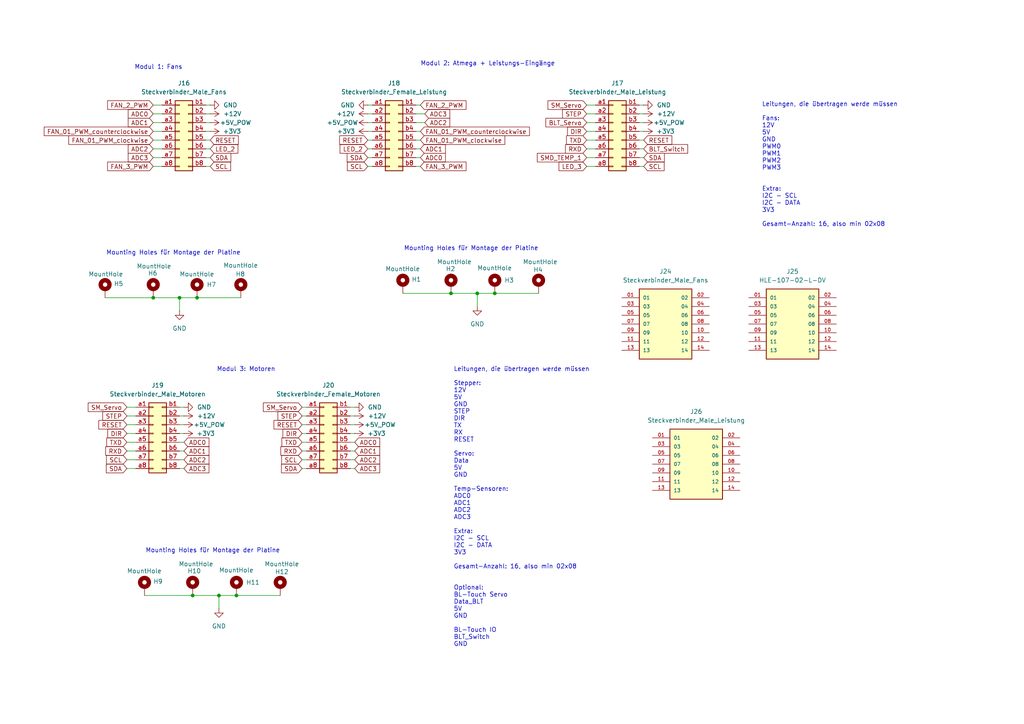
<source format=kicad_sch>
(kicad_sch (version 20231120) (generator "eeschema") (generator_version "8.0")
  (paper "A4")
  (lib_symbols
    (symbol "Connector_Generic:Conn_02x08_Row_Letter_First" (pin_names (offset 1.016) hide)
      (property "Reference" "J" (at 1.27 10.16 0))
      (property "Value" "Conn_02x08_Row_Letter_First" (at 1.27 -12.7 0))
      (symbol "Conn_02x08_Row_Letter_First_1_1"
        (rectangle (start -1.27 -10.033) (end 0 -10.287) (stroke (width 0.1524)))
        (rectangle (start -1.27 -7.493) (end 0 -7.747) (stroke (width 0.1524)))
        (rectangle (start -1.27 -4.953) (end 0 -5.207) (stroke (width 0.1524)))
        (rectangle (start -1.27 -2.413) (end 0 -2.667) (stroke (width 0.1524)))
        (rectangle (start -1.27 0.127) (end 0 -0.127) (stroke (width 0.1524)))
        (rectangle (start -1.27 2.667) (end 0 2.413) (stroke (width 0.1524)))
        (rectangle (start -1.27 5.207) (end 0 4.953) (stroke (width 0.1524)))
        (rectangle (start -1.27 7.747) (end 0 7.493) (stroke (width 0.1524)))
        (rectangle (start -1.27 8.89) (end 3.81 -11.43) (stroke (width 0.254)) (fill (type background)))
        (rectangle (start 3.81 -10.033) (end 2.54 -10.287) (stroke (width 0.1524)))
        (rectangle (start 3.81 -7.493) (end 2.54 -7.747) (stroke (width 0.1524)))
        (rectangle (start 3.81 -4.953) (end 2.54 -5.207) (stroke (width 0.1524)))
        (rectangle (start 3.81 -2.413) (end 2.54 -2.667) (stroke (width 0.1524)))
        (rectangle (start 3.81 0.127) (end 2.54 -0.127) (stroke (width 0.1524)))
        (rectangle (start 3.81 2.667) (end 2.54 2.413) (stroke (width 0.1524)))
        (rectangle (start 3.81 5.207) (end 2.54 4.953) (stroke (width 0.1524)))
        (rectangle (start 3.81 7.747) (end 2.54 7.493) (stroke (width 0.1524)))
        (pin passive line (at -5.08 7.62 0) (length 3.81) (name "Pin_a1") (number "a1"))
        (pin passive line (at -5.08 5.08 0) (length 3.81) (name "Pin_a2") (number "a2"))
        (pin passive line (at -5.08 2.54 0) (length 3.81) (name "Pin_a3") (number "a3"))
        (pin passive line (at -5.08 0 0) (length 3.81) (name "Pin_a4") (number "a4"))
        (pin passive line (at -5.08 -2.54 0) (length 3.81) (name "Pin_a5") (number "a5"))
        (pin passive line (at -5.08 -5.08 0) (length 3.81) (name "Pin_a6") (number "a6"))
        (pin passive line (at -5.08 -7.62 0) (length 3.81) (name "Pin_a7") (number "a7"))
        (pin passive line (at -5.08 -10.16 0) (length 3.81) (name "Pin_a8") (number "a8"))
        (pin passive line (at 7.62 7.62 180) (length 3.81) (name "Pin_b1") (number "b1"))
        (pin passive line (at 7.62 5.08 180) (length 3.81) (name "Pin_b2") (number "b2"))
        (pin passive line (at 7.62 2.54 180) (length 3.81) (name "Pin_b3") (number "b3"))
        (pin passive line (at 7.62 0 180) (length 3.81) (name "Pin_b4") (number "b4"))
        (pin passive line (at 7.62 -2.54 180) (length 3.81) (name "Pin_b5") (number "b5"))
        (pin passive line (at 7.62 -5.08 180) (length 3.81) (name "Pin_b6") (number "b6"))
        (pin passive line (at 7.62 -7.62 180) (length 3.81) (name "Pin_b7") (number "b7"))
        (pin passive line (at 7.62 -10.16 180) (length 3.81) (name "Pin_b8") (number "b8"))
      )
    )
    (symbol "Imported_Component_Symbols:HLE-107-02-L-DV" (pin_names (offset 1.016))
      (property "Reference" "J" (at -8.12 10.16 0))
      (property "Value" "HLE-107-02-L-DV" (at -7.62 -12.7 0))
      (symbol "HLE-107-02-L-DV_0_0"
        (rectangle (start -7.62 -10.16) (end 7.62 10.16) (stroke (width 0.254)) (fill (type background)))
        (pin passive line (at -12.7 7.62 0) (length 5.08) (name "01") (number "01"))
        (pin passive line (at 12.7 7.62 180) (length 5.08) (name "02") (number "02"))
        (pin passive line (at -12.7 5.08 0) (length 5.08) (name "03") (number "03"))
        (pin passive line (at 12.7 5.08 180) (length 5.08) (name "04") (number "04"))
        (pin passive line (at -12.7 2.54 0) (length 5.08) (name "05") (number "05"))
        (pin passive line (at 12.7 2.54 180) (length 5.08) (name "06") (number "06"))
        (pin passive line (at -12.7 0 0) (length 5.08) (name "07") (number "07"))
        (pin passive line (at 12.7 0 180) (length 5.08) (name "08") (number "08"))
        (pin passive line (at -12.7 -2.54 0) (length 5.08) (name "09") (number "09"))
        (pin passive line (at 12.7 -2.54 180) (length 5.08) (name "10") (number "10"))
        (pin passive line (at -12.7 -5.08 0) (length 5.08) (name "11") (number "11"))
        (pin passive line (at 12.7 -5.08 180) (length 5.08) (name "12") (number "12"))
        (pin passive line (at -12.7 -7.62 0) (length 5.08) (name "13") (number "13"))
        (pin passive line (at 12.7 -7.62 180) (length 5.08) (name "14") (number "14"))
      )
    )
    (symbol "Imported_Component_Symbols:TSM-107-04-L-DV" (pin_names (offset 1.016))
      (property "Reference" "J" (at -8.12 10.16 0))
      (property "Value" "TSM-107-04-L-DV" (at -7.62 -12.7 0))
      (symbol "TSM-107-04-L-DV_0_0"
        (rectangle (start -7.62 -10.16) (end 7.62 10.16) (stroke (width 0.254)) (fill (type background)))
        (pin passive line (at -12.7 7.62 0) (length 5.08) (name "01") (number "01"))
        (pin passive line (at 12.7 7.62 180) (length 5.08) (name "02") (number "02"))
        (pin passive line (at -12.7 5.08 0) (length 5.08) (name "03") (number "03"))
        (pin passive line (at 12.7 5.08 180) (length 5.08) (name "04") (number "04"))
        (pin passive line (at -12.7 2.54 0) (length 5.08) (name "05") (number "05"))
        (pin passive line (at 12.7 2.54 180) (length 5.08) (name "06") (number "06"))
        (pin passive line (at -12.7 0 0) (length 5.08) (name "07") (number "07"))
        (pin passive line (at 12.7 0 180) (length 5.08) (name "08") (number "08"))
        (pin passive line (at -12.7 -2.54 0) (length 5.08) (name "09") (number "09"))
        (pin passive line (at 12.7 -2.54 180) (length 5.08) (name "10") (number "10"))
        (pin passive line (at -12.7 -5.08 0) (length 5.08) (name "11") (number "11"))
        (pin passive line (at 12.7 -5.08 180) (length 5.08) (name "12") (number "12"))
        (pin passive line (at -12.7 -7.62 0) (length 5.08) (name "13") (number "13"))
        (pin passive line (at 12.7 -7.62 180) (length 5.08) (name "14") (number "14"))
      )
    )
    (symbol "Mechanical:MountingHole_Pad" (pin_numbers hide) (pin_names (offset 1.016) hide) (exclude_from_sim yes) (in_bom no)
      (property "Reference" "H" (at 0 6.35 0))
      (property "Value" "MountingHole_Pad" (at 0 4.445 0))
      (symbol "MountingHole_Pad_0_1"
        (circle (center 0 1.27) (radius 1.27) (stroke (width 1.27)))
      )
      (symbol "MountingHole_Pad_1_1"
        (pin input line (at 0 -2.54 90) (length 2.54) (name "1") (number "1"))
      )
    )
    (symbol "MountingHole_Pad_1" (pin_numbers hide) (pin_names (offset 1.016) hide)
      (property "Reference" "H" (at 0 6.35 0))
      (property "Value" "MountingHole_Pad" (at 0 4.445 0))
      (symbol "MountingHole_Pad_1_0_1"
        (circle (center 0 1.27) (radius 1.27) (stroke (width 1.27)))
      )
      (symbol "MountingHole_Pad_1_1_1"
        (pin input line (at 0 -2.54 90) (length 2.54) (name "1") (number "1"))
      )
    )
    (symbol "MountingHole_Pad_2" (pin_numbers hide) (pin_names (offset 1.016) hide)
      (property "Reference" "H" (at 0 6.35 0))
      (property "Value" "MountingHole_Pad" (at 0 4.445 0))
      (symbol "MountingHole_Pad_2_0_1"
        (circle (center 0 1.27) (radius 1.27) (stroke (width 1.27)))
      )
      (symbol "MountingHole_Pad_2_1_1"
        (pin input line (at 0 -2.54 90) (length 2.54) (name "1") (number "1"))
      )
    )
    (symbol "MountingHole_Pad_3" (pin_numbers hide) (pin_names (offset 1.016) hide)
      (property "Reference" "H" (at 0 6.35 0))
      (property "Value" "MountingHole_Pad" (at 0 4.445 0))
      (symbol "MountingHole_Pad_3_0_1"
        (circle (center 0 1.27) (radius 1.27) (stroke (width 1.27)))
      )
      (symbol "MountingHole_Pad_3_1_1"
        (pin input line (at 0 -2.54 90) (length 2.54) (name "1") (number "1"))
      )
    )
    (symbol "power:+12V" (power) (pin_numbers hide) (pin_names (offset 0) hide)
      (property "Value" "+12V" (at 0 3.556 0))
      (symbol "+12V_0_1"
        (polyline (pts (xy -0.762 1.27) (xy 0 2.54)))
        (polyline (pts (xy 0 0) (xy 0 2.54)))
        (polyline (pts (xy 0 2.54) (xy 0.762 1.27)))
      )
      (symbol "+12V_1_1"
        (pin power_in line (at 0 0 90) (length 0) (name "~") (number "1"))
      )
    )
    (symbol "power:+3V3" (power) (pin_numbers hide) (pin_names (offset 0) hide)
      (property "Value" "+3V3" (at 0 3.556 0))
      (symbol "+3V3_0_1"
        (polyline (pts (xy -0.762 1.27) (xy 0 2.54)))
        (polyline (pts (xy 0 0) (xy 0 2.54)))
        (polyline (pts (xy 0 2.54) (xy 0.762 1.27)))
      )
      (symbol "+3V3_1_1"
        (pin power_in line (at 0 0 90) (length 0) (name "~") (number "1"))
      )
    )
    (symbol "power:+5VP" (power) (pin_numbers hide) (pin_names (offset 0) hide)
      (property "Value" "+5VP" (at 0 3.556 0))
      (symbol "+5VP_0_1"
        (polyline (pts (xy -0.762 1.27) (xy 0 2.54)))
        (polyline (pts (xy 0 0) (xy 0 2.54)))
        (polyline (pts (xy 0 2.54) (xy 0.762 1.27)))
      )
      (symbol "+5VP_1_1"
        (pin power_in line (at 0 0 90) (length 0) (name "~") (number "1"))
      )
    )
    (symbol "power:GND" (power) (pin_numbers hide) (pin_names (offset 0) hide)
      (property "Value" "GND" (at 0 -3.81 0))
      (symbol "GND_0_1"
        (polyline (pts (xy 0 0) (xy 0 -1.27) (xy 1.27 -1.27) (xy 0 -2.54) (xy -1.27 -1.27) (xy 0 -1.27)))
      )
      (symbol "GND_1_1"
        (pin power_in line (at 0 0 270) (length 0) (name "~") (number "1"))
      )
    )
  )
  (junction (at 143.51 85.09))
  (junction (at 138.43 85.09))
  (junction (at 55.88 172.72))
  (junction (at 63.5 172.72))
  (junction (at 44.45 86.36))
  (junction (at 130.81 85.09))
  (junction (at 52.07 86.36))
  (junction (at 68.58 172.72))
  (junction (at 57.15 86.36))
  (wire (pts (xy 170.18 40.64) (xy 172.72 40.64)))
  (wire (pts (xy 102.87 118.11) (xy 101.6 118.11)))
  (wire (pts (xy 63.5 172.72) (xy 68.58 172.72)))
  (wire (pts (xy 63.5 172.72) (xy 63.5 176.53)))
  (wire (pts (xy 121.92 40.64) (xy 120.65 40.64)))
  (wire (pts (xy 53.34 123.19) (xy 52.07 123.19)))
  (wire (pts (xy 60.96 30.48) (xy 59.69 30.48)))
  (wire (pts (xy 186.69 40.64) (xy 185.42 40.64)))
  (wire (pts (xy 36.83 125.73) (xy 39.37 125.73)))
  (wire (pts (xy 106.68 35.56) (xy 107.95 35.56)))
  (wire (pts (xy 138.43 85.09) (xy 138.43 88.9)))
  (wire (pts (xy 106.68 40.64) (xy 107.95 40.64)))
  (wire (pts (xy 60.96 33.02) (xy 59.69 33.02)))
  (wire (pts (xy 121.92 38.1) (xy 120.65 38.1)))
  (wire (pts (xy 186.69 45.72) (xy 185.42 45.72)))
  (wire (pts (xy 53.34 135.89) (xy 52.07 135.89)))
  (wire (pts (xy 53.34 118.11) (xy 52.07 118.11)))
  (wire (pts (xy 60.96 48.26) (xy 59.69 48.26)))
  (wire (pts (xy 138.43 85.09) (xy 143.51 85.09)))
  (wire (pts (xy 102.87 133.35) (xy 101.6 133.35)))
  (wire (pts (xy 36.83 130.81) (xy 39.37 130.81)))
  (wire (pts (xy 53.34 130.81) (xy 52.07 130.81)))
  (wire (pts (xy 170.18 33.02) (xy 172.72 33.02)))
  (wire (pts (xy 87.63 123.19) (xy 88.9 123.19)))
  (wire (pts (xy 44.45 35.56) (xy 46.99 35.56)))
  (wire (pts (xy 36.83 133.35) (xy 39.37 133.35)))
  (wire (pts (xy 121.92 30.48) (xy 120.65 30.48)))
  (wire (pts (xy 36.83 128.27) (xy 39.37 128.27)))
  (wire (pts (xy 44.45 43.18) (xy 46.99 43.18)))
  (wire (pts (xy 53.34 133.35) (xy 52.07 133.35)))
  (wire (pts (xy 60.96 38.1) (xy 59.69 38.1)))
  (wire (pts (xy 60.96 40.64) (xy 59.69 40.64)))
  (wire (pts (xy 121.92 48.26) (xy 120.65 48.26)))
  (wire (pts (xy 186.69 30.48) (xy 185.42 30.48)))
  (wire (pts (xy 68.58 172.72) (xy 81.28 172.72)))
  (wire (pts (xy 53.34 125.73) (xy 52.07 125.73)))
  (wire (pts (xy 87.63 130.81) (xy 88.9 130.81)))
  (wire (pts (xy 102.87 123.19) (xy 101.6 123.19)))
  (wire (pts (xy 87.63 118.11) (xy 88.9 118.11)))
  (wire (pts (xy 102.87 135.89) (xy 101.6 135.89)))
  (wire (pts (xy 55.88 172.72) (xy 63.5 172.72)))
  (wire (pts (xy 106.68 48.26) (xy 107.95 48.26)))
  (wire (pts (xy 102.87 128.27) (xy 101.6 128.27)))
  (wire (pts (xy 87.63 133.35) (xy 88.9 133.35)))
  (wire (pts (xy 36.83 135.89) (xy 39.37 135.89)))
  (wire (pts (xy 170.18 35.56) (xy 172.72 35.56)))
  (wire (pts (xy 52.07 86.36) (xy 57.15 86.36)))
  (wire (pts (xy 60.96 45.72) (xy 59.69 45.72)))
  (wire (pts (xy 170.18 38.1) (xy 172.72 38.1)))
  (wire (pts (xy 36.83 120.65) (xy 39.37 120.65)))
  (wire (pts (xy 123.19 33.02) (xy 120.65 33.02)))
  (wire (pts (xy 102.87 125.73) (xy 101.6 125.73)))
  (wire (pts (xy 186.69 33.02) (xy 185.42 33.02)))
  (wire (pts (xy 44.45 30.48) (xy 46.99 30.48)))
  (wire (pts (xy 170.18 30.48) (xy 172.72 30.48)))
  (wire (pts (xy 170.18 48.26) (xy 172.72 48.26)))
  (wire (pts (xy 36.83 118.11) (xy 39.37 118.11)))
  (wire (pts (xy 106.68 45.72) (xy 107.95 45.72)))
  (wire (pts (xy 53.34 128.27) (xy 52.07 128.27)))
  (wire (pts (xy 130.81 85.09) (xy 138.43 85.09)))
  (wire (pts (xy 121.92 45.72) (xy 120.65 45.72)))
  (wire (pts (xy 102.87 130.81) (xy 101.6 130.81)))
  (wire (pts (xy 106.68 30.48) (xy 107.95 30.48)))
  (wire (pts (xy 116.84 85.09) (xy 130.81 85.09)))
  (wire (pts (xy 87.63 128.27) (xy 88.9 128.27)))
  (wire (pts (xy 53.34 120.65) (xy 52.07 120.65)))
  (wire (pts (xy 186.69 38.1) (xy 185.42 38.1)))
  (wire (pts (xy 102.87 120.65) (xy 101.6 120.65)))
  (wire (pts (xy 36.83 123.19) (xy 39.37 123.19)))
  (wire (pts (xy 60.96 35.56) (xy 59.69 35.56)))
  (wire (pts (xy 44.45 33.02) (xy 46.99 33.02)))
  (wire (pts (xy 186.69 43.18) (xy 185.42 43.18)))
  (wire (pts (xy 44.45 48.26) (xy 46.99 48.26)))
  (wire (pts (xy 30.48 86.36) (xy 44.45 86.36)))
  (wire (pts (xy 52.07 86.36) (xy 52.07 90.17)))
  (wire (pts (xy 87.63 120.65) (xy 88.9 120.65)))
  (wire (pts (xy 57.15 86.36) (xy 69.85 86.36)))
  (wire (pts (xy 170.18 45.72) (xy 172.72 45.72)))
  (wire (pts (xy 170.18 43.18) (xy 172.72 43.18)))
  (wire (pts (xy 121.92 43.18) (xy 120.65 43.18)))
  (wire (pts (xy 106.68 43.18) (xy 107.95 43.18)))
  (wire (pts (xy 186.69 48.26) (xy 185.42 48.26)))
  (wire (pts (xy 143.51 85.09) (xy 156.21 85.09)))
  (wire (pts (xy 186.69 35.56) (xy 185.42 35.56)))
  (wire (pts (xy 44.45 45.72) (xy 46.99 45.72)))
  (wire (pts (xy 44.45 86.36) (xy 52.07 86.36)))
  (wire (pts (xy 41.91 172.72) (xy 55.88 172.72)))
  (wire (pts (xy 60.96 43.18) (xy 59.69 43.18)))
  (wire (pts (xy 87.63 125.73) (xy 88.9 125.73)))
  (wire (pts (xy 44.45 38.1) (xy 46.99 38.1)))
  (wire (pts (xy 106.68 38.1) (xy 107.95 38.1)))
  (wire (pts (xy 87.63 135.89) (xy 88.9 135.89)))
  (wire (pts (xy 123.19 35.56) (xy 120.65 35.56)))
  (wire (pts (xy 44.45 40.64) (xy 46.99 40.64)))
  (wire (pts (xy 106.68 33.02) (xy 107.95 33.02)))
  (text "Mounting Holes für Montage der Platine" (at 61.722 159.766 0) (effects (font (size 1.27 1.27))))
  (text "Leitungen, die übertragen werde müssen\n\nFans:\n12V\n5V\nGND\nPWM0\nPWM1\nPWM2\nPWM3\n\n\nExtra:\nI2C - SCL\nI2C - DATA\n3V3\n\nGesamt-Anzahl: 16, also min 02x08\n" (at 220.98 47.752 0) (effects (font (size 1.27 1.27)) (justify left)))
  (text "Modul 2: Atmega + Leistungs-Eingänge\n\n" (at 141.478 19.558 0) (effects (font (size 1.27 1.27))))
  (text "Mounting Holes für Montage der Platine" (at 50.292 73.406 0) (effects (font (size 1.27 1.27))))
  (text "Mounting Holes für Montage der Platine" (at 136.652 72.136 0) (effects (font (size 1.27 1.27))))
  (text "Modul 1: Fans\n" (at 45.974 19.558 0) (effects (font (size 1.27 1.27))))
  (text "Leitungen, die übertragen werde müssen\n\nStepper:\n12V\n5V\nGND\nSTEP\nDIR\nTX\nRX\nRESET\n\nServo:\nData\n5V\nGND\n\nTemp-Sensoren:\nADC0\nADC1\nADC2\nADC3\n\nExtra:\nI2C - SCL\nI2C - DATA\n3V3\n\nGesamt-Anzahl: 16, also min 02x08\n\n\nOptional:\nBL-Touch Servo\nData_BLT\n5V\nGND\n\nBL-Touch IO\nBLT_Switch\nGND\n" (at 131.572 147.066 0) (effects (font (size 1.27 1.27)) (justify left)))
  (text "Modul 3: Motoren" (at 71.374 107.188 0) (effects (font (size 1.27 1.27))))
  (global_label "LED_2" (shape input) (at 106.68 43.18 180) (property "Intersheetrefs" "${INTERSHEET_REFS}" (effects (hide yes))))
  (global_label "BLT_Servo" (shape input) (at 170.18 35.56 180) (property "Intersheetrefs" "${INTERSHEET_REFS}" (effects (hide yes))))
  (global_label "FAN_01_PWM_clockwise" (shape input) (at 44.45 40.64 180) (property "Intersheetrefs" "${INTERSHEET_REFS}" (effects (hide yes))))
  (global_label "RXD" (shape input) (at 36.83 130.81 180) (property "Intersheetrefs" "${INTERSHEET_REFS}" (effects (hide yes))))
  (global_label "SDA" (shape input) (at 106.68 45.72 180) (property "Intersheetrefs" "${INTERSHEET_REFS}" (effects (hide yes))))
  (global_label "TXD" (shape input) (at 170.18 40.64 180) (property "Intersheetrefs" "${INTERSHEET_REFS}" (effects (hide yes))))
  (global_label "ADC0" (shape input) (at 102.87 128.27 0) (property "Intersheetrefs" "${INTERSHEET_REFS}" (effects (hide yes))))
  (global_label "FAN_3_PWM" (shape input) (at 44.45 48.26 180) (property "Intersheetrefs" "${INTERSHEET_REFS}" (effects (hide yes))))
  (global_label "ADC3" (shape input) (at 123.19 33.02 0) (property "Intersheetrefs" "${INTERSHEET_REFS}" (effects (hide yes))))
  (global_label "ADC0" (shape input) (at 44.45 33.02 180) (property "Intersheetrefs" "${INTERSHEET_REFS}" (effects (hide yes))))
  (global_label "LED_3" (shape input) (at 170.18 48.26 180) (property "Intersheetrefs" "${INTERSHEET_REFS}" (effects (hide yes))))
  (global_label "FAN_01_PWM_counterclockwise" (shape input) (at 44.45 38.1 180) (property "Intersheetrefs" "${INTERSHEET_REFS}" (effects (hide yes))))
  (global_label "FAN_2_PWM" (shape input) (at 44.45 30.48 180) (property "Intersheetrefs" "${INTERSHEET_REFS}" (effects (hide yes))))
  (global_label "FAN_01_PWM_counterclockwise" (shape input) (at 121.92 38.1 0) (property "Intersheetrefs" "${INTERSHEET_REFS}" (effects (hide yes))))
  (global_label "RESET" (shape input) (at 60.96 40.64 0) (property "Intersheetrefs" "${INTERSHEET_REFS}" (effects (hide yes))))
  (global_label "SDA" (shape input) (at 60.96 45.72 0) (property "Intersheetrefs" "${INTERSHEET_REFS}" (effects (hide yes))))
  (global_label "STEP" (shape input) (at 87.63 120.65 180) (property "Intersheetrefs" "${INTERSHEET_REFS}" (effects (hide yes))))
  (global_label "ADC3" (shape input) (at 44.45 45.72 180) (property "Intersheetrefs" "${INTERSHEET_REFS}" (effects (hide yes))))
  (global_label "SM_Servo" (shape input) (at 170.18 30.48 180) (property "Intersheetrefs" "${INTERSHEET_REFS}" (effects (hide yes))))
  (global_label "SM_Servo" (shape input) (at 87.63 118.11 180) (property "Intersheetrefs" "${INTERSHEET_REFS}" (effects (hide yes))))
  (global_label "RESET" (shape input) (at 106.68 40.64 180) (property "Intersheetrefs" "${INTERSHEET_REFS}" (effects (hide yes))))
  (global_label "FAN_3_PWM" (shape input) (at 121.92 48.26 0) (property "Intersheetrefs" "${INTERSHEET_REFS}" (effects (hide yes))))
  (global_label "FAN_2_PWM" (shape input) (at 121.92 30.48 0) (property "Intersheetrefs" "${INTERSHEET_REFS}" (effects (hide yes))))
  (global_label "SMD_TEMP_1" (shape input) (at 170.18 45.72 180) (property "Intersheetrefs" "${INTERSHEET_REFS}" (effects (hide yes))))
  (global_label "RESET" (shape input) (at 186.69 40.64 0) (property "Intersheetrefs" "${INTERSHEET_REFS}" (effects (hide yes))))
  (global_label "SDA" (shape input) (at 186.69 45.72 0) (property "Intersheetrefs" "${INTERSHEET_REFS}" (effects (hide yes))))
  (global_label "SCL" (shape input) (at 87.63 133.35 180) (property "Intersheetrefs" "${INTERSHEET_REFS}" (effects (hide yes))))
  (global_label "RESET" (shape input) (at 87.63 123.19 180) (property "Intersheetrefs" "${INTERSHEET_REFS}" (effects (hide yes))))
  (global_label "ADC1" (shape input) (at 102.87 130.81 0) (property "Intersheetrefs" "${INTERSHEET_REFS}" (effects (hide yes))))
  (global_label "SCL" (shape input) (at 186.69 48.26 0) (property "Intersheetrefs" "${INTERSHEET_REFS}" (effects (hide yes))))
  (global_label "RESET" (shape input) (at 36.83 123.19 180) (property "Intersheetrefs" "${INTERSHEET_REFS}" (effects (hide yes))))
  (global_label "RXD" (shape input) (at 170.18 43.18 180) (property "Intersheetrefs" "${INTERSHEET_REFS}" (effects (hide yes))))
  (global_label "FAN_01_PWM_clockwise" (shape input) (at 121.92 40.64 0) (property "Intersheetrefs" "${INTERSHEET_REFS}" (effects (hide yes))))
  (global_label "DIR" (shape input) (at 36.83 125.73 180) (property "Intersheetrefs" "${INTERSHEET_REFS}" (effects (hide yes))))
  (global_label "SM_Servo" (shape input) (at 36.83 118.11 180) (property "Intersheetrefs" "${INTERSHEET_REFS}" (effects (hide yes))))
  (global_label "DIR" (shape input) (at 170.18 38.1 180) (property "Intersheetrefs" "${INTERSHEET_REFS}" (effects (hide yes))))
  (global_label "ADC3" (shape input) (at 53.34 135.89 0) (property "Intersheetrefs" "${INTERSHEET_REFS}" (effects (hide yes))))
  (global_label "BLT_Switch" (shape input) (at 186.69 43.18 0) (property "Intersheetrefs" "${INTERSHEET_REFS}" (effects (hide yes))))
  (global_label "ADC3" (shape input) (at 102.87 135.89 0) (property "Intersheetrefs" "${INTERSHEET_REFS}" (effects (hide yes))))
  (global_label "ADC0" (shape input) (at 53.34 128.27 0) (property "Intersheetrefs" "${INTERSHEET_REFS}" (effects (hide yes))))
  (global_label "SDA" (shape input) (at 36.83 135.89 180) (property "Intersheetrefs" "${INTERSHEET_REFS}" (effects (hide yes))))
  (global_label "SCL" (shape input) (at 106.68 48.26 180) (property "Intersheetrefs" "${INTERSHEET_REFS}" (effects (hide yes))))
  (global_label "STEP" (shape input) (at 170.18 33.02 180) (property "Intersheetrefs" "${INTERSHEET_REFS}" (effects (hide yes))))
  (global_label "ADC0" (shape input) (at 121.92 45.72 0) (property "Intersheetrefs" "${INTERSHEET_REFS}" (effects (hide yes))))
  (global_label "RXD" (shape input) (at 87.63 130.81 180) (property "Intersheetrefs" "${INTERSHEET_REFS}" (effects (hide yes))))
  (global_label "ADC1" (shape input) (at 44.45 35.56 180) (property "Intersheetrefs" "${INTERSHEET_REFS}" (effects (hide yes))))
  (global_label "SDA" (shape input) (at 87.63 135.89 180) (property "Intersheetrefs" "${INTERSHEET_REFS}" (effects (hide yes))))
  (global_label "SCL" (shape input) (at 36.83 133.35 180) (property "Intersheetrefs" "${INTERSHEET_REFS}" (effects (hide yes))))
  (global_label "ADC1" (shape input) (at 53.34 130.81 0) (property "Intersheetrefs" "${INTERSHEET_REFS}" (effects (hide yes))))
  (global_label "ADC2" (shape input) (at 123.19 35.56 0) (property "Intersheetrefs" "${INTERSHEET_REFS}" (effects (hide yes))))
  (global_label "ADC2" (shape input) (at 53.34 133.35 0) (property "Intersheetrefs" "${INTERSHEET_REFS}" (effects (hide yes))))
  (global_label "TXD" (shape input) (at 87.63 128.27 180) (property "Intersheetrefs" "${INTERSHEET_REFS}" (effects (hide yes))))
  (global_label "LED_2" (shape input) (at 60.96 43.18 0) (property "Intersheetrefs" "${INTERSHEET_REFS}" (effects (hide yes))))
  (global_label "TXD" (shape input) (at 36.83 128.27 180) (property "Intersheetrefs" "${INTERSHEET_REFS}" (effects (hide yes))))
  (global_label "ADC1" (shape input) (at 121.92 43.18 0) (property "Intersheetrefs" "${INTERSHEET_REFS}" (effects (hide yes))))
  (global_label "ADC2" (shape input) (at 102.87 133.35 0) (property "Intersheetrefs" "${INTERSHEET_REFS}" (effects (hide yes))))
  (global_label "DIR" (shape input) (at 87.63 125.73 180) (property "Intersheetrefs" "${INTERSHEET_REFS}" (effects (hide yes))))
  (global_label "STEP" (shape input) (at 36.83 120.65 180) (property "Intersheetrefs" "${INTERSHEET_REFS}" (effects (hide yes))))
  (global_label "ADC2" (shape input) (at 44.45 43.18 180) (property "Intersheetrefs" "${INTERSHEET_REFS}" (effects (hide yes))))
  (global_label "SCL" (shape input) (at 60.96 48.26 0) (property "Intersheetrefs" "${INTERSHEET_REFS}" (effects (hide yes))))
  (symbol (lib_id "Imported_Component_Symbols:TSM-107-04-L-DV") (at 201.93 134.62 0) (unit 1)
    (property "Reference" "J26" (at 201.93 119.38 0))
    (property "Value" "Steckverbinder_Male_Leistung" (at 201.93 121.92 0))
    (property "Footprint" "Imported_Component_Footprints:SAMTEC_TSM-107-04-L-DV" (effects (hide yes)))
    (property "MANUFACTURER" "SAMTEC" (effects (hide yes)))
  )
  (symbol (lib_id "Mechanical:MountingHole_Pad") (at 116.84 82.55 0) (unit 1)
    (property "Reference" "H1" (at 119.38 81.026 0) (effects (justify left)))
    (property "Value" "MountHole" (at 111.76 77.978 0) (effects (justify left)))
    (property "Footprint" "MountingHole:MountingHole_2.2mm_M2_Pad_TopBottom" (effects (hide yes)))
    (property "Description" "Mounting Hole with connection" (effects (hide yes)))
  )
  (symbol (lib_id "power:GND") (at 102.87 118.11 90) (unit 1)
    (property "Reference" "#PWR093" (effects (hide yes)))
    (property "Value" "GND" (at 106.68 118.1099 90) (effects (justify right)))
    (property "Description" "Power symbol creates a global label with name \"GND\" , ground" (effects (hide yes)))
  )
  (symbol (lib_id "power:GND") (at 53.34 118.11 90) (unit 1)
    (property "Reference" "#PWR092" (effects (hide yes)))
    (property "Value" "GND" (at 57.15 118.1099 90) (effects (justify right)))
    (property "Description" "Power symbol creates a global label with name \"GND\" , ground" (effects (hide yes)))
  )
  (symbol (lib_id "power:+3V3") (at 102.87 125.73 270) (unit 1)
    (property "Reference" "#PWR099" (effects (hide yes)))
    (property "Value" "+3V3" (at 109.22 125.73 90))
    (property "Description" "Power symbol creates a global label with name \"+3V3\"" (effects (hide yes)))
  )
  (symbol (lib_id "power:+5VP") (at 60.96 35.56 270) (unit 1)
    (property "Reference" "#PWR084" (effects (hide yes)))
    (property "Value" "+5V_POW" (at 68.326 35.56 90))
    (property "Description" "Power symbol creates a global label with name \"+5VP\"" (effects (hide yes)))
  )
  (symbol (lib_id "power:GND") (at 186.69 30.48 90) (unit 1)
    (property "Reference" "#PWR079" (effects (hide yes)))
    (property "Value" "GND" (at 190.5 30.4799 90) (effects (justify right)))
    (property "Description" "Power symbol creates a global label with name \"GND\" , ground" (effects (hide yes)))
  )
  (symbol (lib_name "MountingHole_Pad_2") (lib_id "Mechanical:MountingHole_Pad") (at 143.51 82.55 0) (unit 1)
    (property "Reference" "H3" (at 146.304 81.28 0) (effects (justify left)))
    (property "Value" "MountHole" (at 138.43 77.724 0) (effects (justify left)))
    (property "Footprint" "MountingHole:MountingHole_2.2mm_M2_Pad_TopBottom" (effects (hide yes)))
    (property "Description" "Mounting Hole with connection" (effects (hide yes)))
  )
  (symbol (lib_id "power:+5VP") (at 106.68 35.56 90) (mirror x) (unit 1)
    (property "Reference" "#PWR086" (effects (hide yes)))
    (property "Value" "+5V_POW" (at 99.314 35.56 90))
    (property "Description" "Power symbol creates a global label with name \"+5VP\"" (effects (hide yes)))
  )
  (symbol (lib_id "Imported_Component_Symbols:TSM-107-04-L-DV") (at 193.04 93.98 0) (unit 1)
    (property "Reference" "J24" (at 193.04 78.74 0))
    (property "Value" "Steckverbinder_Male_Fans" (at 193.04 81.28 0))
    (property "Footprint" "Imported_Component_Footprints:SAMTEC_TSM-107-04-L-DV" (effects (hide yes)))
    (property "MANUFACTURER" "SAMTEC" (effects (hide yes)))
  )
  (symbol (lib_name "MountingHole_Pad_3") (lib_id "Mechanical:MountingHole_Pad") (at 55.88 170.18 0) (unit 1)
    (property "Reference" "H10" (at 54.356 165.608 0) (effects (justify left)))
    (property "Value" "MountHole" (at 51.816 163.576 0) (effects (justify left)))
    (property "Footprint" "MountingHole:MountingHole_2.2mm_M2_Pad_TopBottom" (effects (hide yes)))
    (property "Description" "Mounting Hole with connection" (effects (hide yes)))
  )
  (symbol (lib_id "Connector_Generic:Conn_02x08_Row_Letter_First") (at 177.8 38.1 0) (unit 1)
    (property "Reference" "J17" (at 179.07 24.13 0))
    (property "Value" "Steckverbinder_Male_Leistung" (at 179.07 26.67 0))
    (property "Footprint" "CustomFotLibByJan:BF100-16-A-D-1-0640-L-C" (effects (hide yes)))
    (property "Description" "Generic connector, double row, 02x08, row letter first pin numbering scheme (pin number consists of a letter for the row and a number for the pin index in this row. a1, ..., aN; b1, ..., bN), script generated (kicad-library-utils/schlib/autogen/connector/)" (effects (hide yes)))
  )
  (symbol (lib_id "power:+12V") (at 102.87 120.65 270) (unit 1)
    (property "Reference" "#PWR095" (effects (hide yes)))
    (property "Value" "+12V" (at 106.68 120.6499 90) (effects (justify left)))
    (property "Description" "Power symbol creates a global label with name \"+12V\"" (effects (hide yes)))
  )
  (symbol (lib_id "Mechanical:MountingHole_Pad") (at 41.91 170.18 0) (unit 1)
    (property "Reference" "H9" (at 44.45 168.656 0) (effects (justify left)))
    (property "Value" "MountHole" (at 36.83 165.608 0) (effects (justify left)))
    (property "Footprint" "MountingHole:MountingHole_2.2mm_M2_Pad_TopBottom" (effects (hide yes)))
    (property "Description" "Mounting Hole with connection" (effects (hide yes)))
  )
  (symbol (lib_id "power:+5VP") (at 53.34 123.19 270) (unit 1)
    (property "Reference" "#PWR096" (effects (hide yes)))
    (property "Value" "+5V_POW" (at 60.706 123.19 90))
    (property "Description" "Power symbol creates a global label with name \"+5VP\"" (effects (hide yes)))
  )
  (symbol (lib_id "power:+12V") (at 186.69 33.02 270) (unit 1)
    (property "Reference" "#PWR082" (effects (hide yes)))
    (property "Value" "+12V" (at 190.5 33.0199 90) (effects (justify left)))
    (property "Description" "Power symbol creates a global label with name \"+12V\"" (effects (hide yes)))
  )
  (symbol (lib_id "power:+12V") (at 106.68 33.02 90) (mirror x) (unit 1)
    (property "Reference" "#PWR083" (effects (hide yes)))
    (property "Value" "+12V" (at 102.87 33.0199 90) (effects (justify left)))
    (property "Description" "Power symbol creates a global label with name \"+12V\"" (effects (hide yes)))
  )
  (symbol (lib_id "Connector_Generic:Conn_02x08_Row_Letter_First") (at 52.07 38.1 0) (unit 1)
    (property "Reference" "J16" (at 53.34 24.13 0))
    (property "Value" "Steckverbinder_Male_Fans" (at 53.34 26.67 0))
    (property "Footprint" "CustomFotLibByJan:BF100-16-A-D-1-0640-L-C" (effects (hide yes)))
    (property "Description" "Generic connector, double row, 02x08, row letter first pin numbering scheme (pin number consists of a letter for the row and a number for the pin index in this row. a1, ..., aN; b1, ..., bN), script generated (kicad-library-utils/schlib/autogen/connector/)" (effects (hide yes)))
  )
  (symbol (lib_id "Mechanical:MountingHole_Pad") (at 69.85 83.82 0) (unit 1)
    (property "Reference" "H8" (at 68.326 79.502 0) (effects (justify left)))
    (property "Value" "MountHole" (at 64.77 76.962 0) (effects (justify left)))
    (property "Footprint" "MountingHole:MountingHole_2.2mm_M2_Pad_TopBottom" (effects (hide yes)))
    (property "Description" "Mounting Hole with connection" (effects (hide yes)))
  )
  (symbol (lib_id "power:+12V") (at 60.96 33.02 270) (unit 1)
    (property "Reference" "#PWR081" (effects (hide yes)))
    (property "Value" "+12V" (at 64.77 33.0199 90) (effects (justify left)))
    (property "Description" "Power symbol creates a global label with name \"+12V\"" (effects (hide yes)))
  )
  (symbol (lib_id "Mechanical:MountingHole_Pad") (at 57.15 83.82 0) (unit 1)
    (property "Reference" "H7" (at 59.944 82.55 0) (effects (justify left)))
    (property "Value" "MountHole" (at 52.07 79.502 0) (effects (justify left)))
    (property "Footprint" "MountingHole:MountingHole_2.2mm_M2_Pad_TopBottom" (effects (hide yes)))
    (property "Description" "Mounting Hole with connection" (effects (hide yes)))
  )
  (symbol (lib_name "MountingHole_Pad_3") (lib_id "Mechanical:MountingHole_Pad") (at 130.81 82.55 0) (unit 1)
    (property "Reference" "H2" (at 129.286 77.978 0) (effects (justify left)))
    (property "Value" "MountHole" (at 126.746 75.946 0) (effects (justify left)))
    (property "Footprint" "MountingHole:MountingHole_2.2mm_M2_Pad_TopBottom" (effects (hide yes)))
    (property "Description" "Mounting Hole with connection" (effects (hide yes)))
  )
  (symbol (lib_name "MountingHole_Pad_1") (lib_id "Mechanical:MountingHole_Pad") (at 81.28 170.18 0) (unit 1)
    (property "Reference" "H12" (at 79.756 165.862 0) (effects (justify left)))
    (property "Value" "MountHole" (at 76.708 163.576 0) (effects (justify left)))
    (property "Footprint" "MountingHole:MountingHole_2.2mm_M2_Pad_TopBottom" (effects (hide yes)))
    (property "Description" "Mounting Hole with connection" (effects (hide yes)))
  )
  (symbol (lib_id "Mechanical:MountingHole_Pad") (at 44.45 83.82 0) (unit 1)
    (property "Reference" "H6" (at 42.926 79.248 0) (effects (justify left)))
    (property "Value" "MountHole" (at 39.624 77.216 0) (effects (justify left)))
    (property "Footprint" "MountingHole:MountingHole_2.2mm_M2_Pad_TopBottom" (effects (hide yes)))
    (property "Description" "Mounting Hole with connection" (effects (hide yes)))
  )
  (symbol (lib_id "power:GND") (at 60.96 30.48 90) (unit 1)
    (property "Reference" "#PWR078" (effects (hide yes)))
    (property "Value" "GND" (at 64.77 30.4799 90) (effects (justify right)))
    (property "Description" "Power symbol creates a global label with name \"GND\" , ground" (effects (hide yes)))
  )
  (symbol (lib_id "power:+12V") (at 53.34 120.65 270) (unit 1)
    (property "Reference" "#PWR094" (effects (hide yes)))
    (property "Value" "+12V" (at 57.15 120.6499 90) (effects (justify left)))
    (property "Description" "Power symbol creates a global label with name \"+12V\"" (effects (hide yes)))
  )
  (symbol (lib_id "Mechanical:MountingHole_Pad") (at 30.48 83.82 0) (unit 1)
    (property "Reference" "H5" (at 33.02 82.296 0) (effects (justify left)))
    (property "Value" "MountHole" (at 25.654 79.502 0) (effects (justify left)))
    (property "Footprint" "MountingHole:MountingHole_2.2mm_M2_Pad_TopBottom" (effects (hide yes)))
    (property "Description" "Mounting Hole with connection" (effects (hide yes)))
  )
  (symbol (lib_id "power:GND") (at 52.07 90.17 0) (unit 1)
    (property "Reference" "#PWR091" (effects (hide yes)))
    (property "Value" "GND" (at 52.07 95.25 0))
    (property "Description" "Power symbol creates a global label with name \"GND\" , ground" (effects (hide yes)))
  )
  (symbol (lib_id "Connector_Generic:Conn_02x08_Row_Letter_First") (at 93.98 125.73 0) (unit 1)
    (property "Reference" "J20" (at 95.25 111.76 0))
    (property "Value" "Steckverbinder_Female_Motoren" (at 95.25 114.3 0))
    (property "Footprint" "CustomFotLibByJan:BF030-16A-B1-0360-0277-0600-LB" (effects (hide yes)))
    (property "Description" "Generic connector, double row, 02x08, row letter first pin numbering scheme (pin number consists of a letter for the row and a number for the pin index in this row. a1, ..., aN; b1, ..., bN), script generated (kicad-library-utils/schlib/autogen/connector/)" (effects (hide yes)))
  )
  (symbol (lib_name "MountingHole_Pad_2") (lib_id "Mechanical:MountingHole_Pad") (at 68.58 170.18 0) (unit 1)
    (property "Reference" "H11" (at 71.374 168.91 0) (effects (justify left)))
    (property "Value" "MountHole" (at 63.5 165.354 0) (effects (justify left)))
    (property "Footprint" "MountingHole:MountingHole_2.2mm_M2_Pad_TopBottom" (effects (hide yes)))
    (property "Description" "Mounting Hole with connection" (effects (hide yes)))
  )
  (symbol (lib_id "power:GND") (at 138.43 88.9 0) (unit 1)
    (property "Reference" "#PWR090" (effects (hide yes)))
    (property "Value" "GND" (at 138.43 93.98 0))
    (property "Description" "Power symbol creates a global label with name \"GND\" , ground" (effects (hide yes)))
  )
  (symbol (lib_id "power:+3V3") (at 60.96 38.1 270) (unit 1)
    (property "Reference" "#PWR087" (effects (hide yes)))
    (property "Value" "+3V3" (at 67.31 38.1 90))
    (property "Description" "Power symbol creates a global label with name \"+3V3\"" (effects (hide yes)))
  )
  (symbol (lib_id "power:GND") (at 63.5 176.53 0) (unit 1)
    (property "Reference" "#PWR0100" (effects (hide yes)))
    (property "Value" "GND" (at 63.5 181.61 0))
    (property "Description" "Power symbol creates a global label with name \"GND\" , ground" (effects (hide yes)))
  )
  (symbol (lib_id "power:+5VP") (at 186.69 35.56 270) (unit 1)
    (property "Reference" "#PWR085" (effects (hide yes)))
    (property "Value" "+5V_POW" (at 194.056 35.56 90))
    (property "Description" "Power symbol creates a global label with name \"+5VP\"" (effects (hide yes)))
  )
  (symbol (lib_id "power:GND") (at 106.68 30.48 270) (mirror x) (unit 1)
    (property "Reference" "#PWR080" (effects (hide yes)))
    (property "Value" "GND" (at 102.87 30.4799 90) (effects (justify right)))
    (property "Description" "Power symbol creates a global label with name \"GND\" , ground" (effects (hide yes)))
  )
  (symbol (lib_id "Connector_Generic:Conn_02x08_Row_Letter_First") (at 44.45 125.73 0) (unit 1)
    (property "Reference" "J19" (at 45.72 111.76 0))
    (property "Value" "Steckverbinder_Male_Motoren" (at 45.72 114.3 0))
    (property "Footprint" "CustomFotLibByJan:BF100-16-A-D-1-0640-L-C" (effects (hide yes)))
    (property "Description" "Generic connector, double row, 02x08, row letter first pin numbering scheme (pin number consists of a letter for the row and a number for the pin index in this row. a1, ..., aN; b1, ..., bN), script generated (kicad-library-utils/schlib/autogen/connector/)" (effects (hide yes)))
  )
  (symbol (lib_id "power:+3V3") (at 53.34 125.73 270) (unit 1)
    (property "Reference" "#PWR098" (effects (hide yes)))
    (property "Value" "+3V3" (at 59.69 125.73 90))
    (property "Description" "Power symbol creates a global label with name \"+3V3\"" (effects (hide yes)))
  )
  (symbol (lib_id "power:+3V3") (at 106.68 38.1 90) (mirror x) (unit 1)
    (property "Reference" "#PWR089" (effects (hide yes)))
    (property "Value" "+3V3" (at 100.33 38.1 90))
    (property "Description" "Power symbol creates a global label with name \"+3V3\"" (effects (hide yes)))
  )
  (symbol (lib_name "MountingHole_Pad_1") (lib_id "Mechanical:MountingHole_Pad") (at 156.21 82.55 0) (unit 1)
    (property "Reference" "H4" (at 154.686 78.232 0) (effects (justify left)))
    (property "Value" "MountHole" (at 151.638 75.946 0) (effects (justify left)))
    (property "Footprint" "MountingHole:MountingHole_2.2mm_M2_Pad_TopBottom" (effects (hide yes)))
    (property "Description" "Mounting Hole with connection" (effects (hide yes)))
  )
  (symbol (lib_id "power:+3V3") (at 186.69 38.1 270) (unit 1)
    (property "Reference" "#PWR088" (effects (hide yes)))
    (property "Value" "+3V3" (at 193.04 38.1 90))
    (property "Description" "Power symbol creates a global label with name \"+3V3\"" (effects (hide yes)))
  )
  (symbol (lib_id "Connector_Generic:Conn_02x08_Row_Letter_First") (at 113.03 38.1 0) (unit 1)
    (property "Reference" "J18" (at 114.3 24.13 0))
    (property "Value" "Steckverbinder_Female_Leistung" (at 114.3 26.67 0))
    (property "Footprint" "CustomFotLibByJan:BF030-16A-B1-0360-0277-0600-LB" (effects (hide yes)))
    (property "Description" "Generic connector, double row, 02x08, row letter first pin numbering scheme (pin number consists of a letter for the row and a number for the pin index in this row. a1, ..., aN; b1, ..., bN), script generated (kicad-library-utils/schlib/autogen/connector/)" (effects (hide yes)))
  )
  (symbol (lib_id "Imported_Component_Symbols:HLE-107-02-L-DV") (at 229.87 93.98 0) (unit 1)
    (property "Reference" "J25" (at 229.87 78.74 0))
    (property "Value" "HLE-107-02-L-DV" (at 229.87 81.28 0))
    (property "Footprint" "Imported_Component_Footprints:SAMTEC_HLE-107-02-L-DV" (effects (hide yes)))
    (property "PARTREV" "R" (effects (hide yes)))
    (property "STANDARD" "Manufacturer Recommendations" (effects (hide yes)))
    (property "MANUFACTURER" "Samtec" (effects (hide yes)))
  )
  (symbol (lib_id "power:+5VP") (at 102.87 123.19 270) (unit 1)
    (property "Reference" "#PWR097" (effects (hide yes)))
    (property "Value" "+5V_POW" (at 110.236 123.19 90))
    (property "Description" "Power symbol creates a global label with name \"+5VP\"" (effects (hide yes)))
  )
)
</source>
